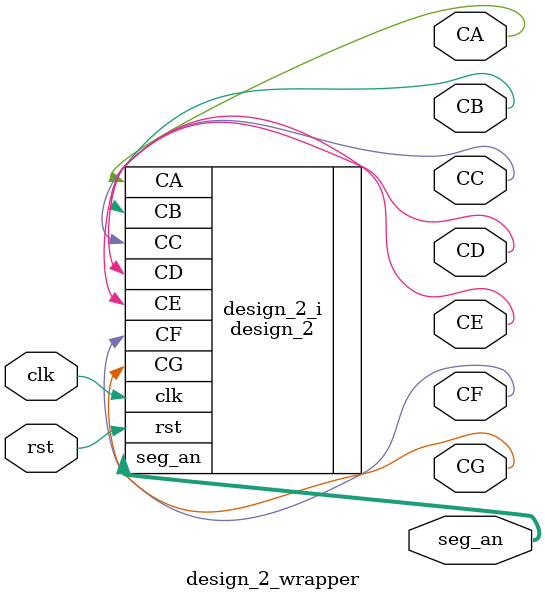
<source format=v>
`timescale 1 ps / 1 ps

module design_2_wrapper
   (CA,
    CB,
    CC,
    CD,
    CE,
    CF,
    CG,
    clk,
    rst,
    seg_an);
  output CA;
  output CB;
  output CC;
  output CD;
  output CE;
  output CF;
  output CG;
  input clk;
  input rst;
  output [3:0]seg_an;

  wire CA;
  wire CB;
  wire CC;
  wire CD;
  wire CE;
  wire CF;
  wire CG;
  wire clk;
  wire rst;
  wire [3:0]seg_an;

  design_2 design_2_i
       (.CA(CA),
        .CB(CB),
        .CC(CC),
        .CD(CD),
        .CE(CE),
        .CF(CF),
        .CG(CG),
        .clk(clk),
        .rst(rst),
        .seg_an(seg_an));
endmodule

</source>
